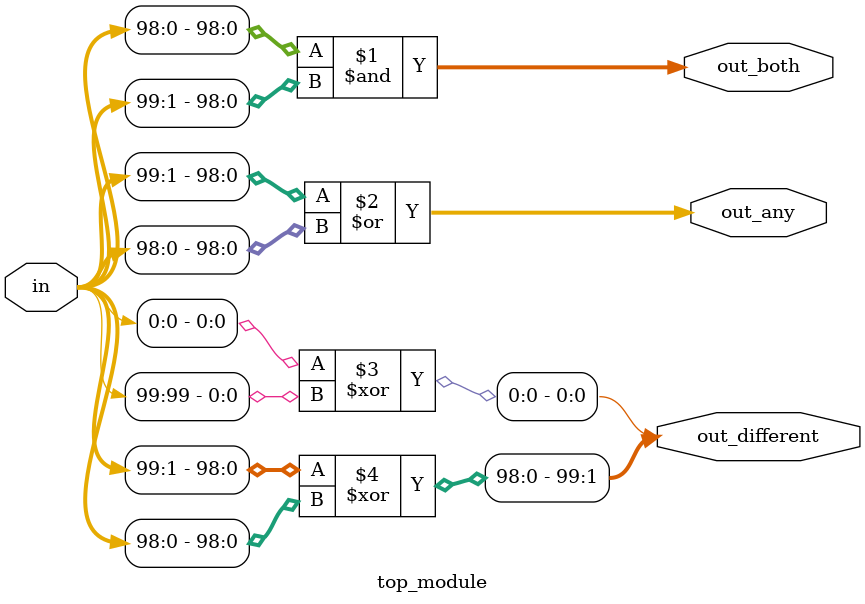
<source format=sv>
module top_module (
    input [99:0] in,
    output [98:0] out_both,
    output [99:1] out_any,
    output [99:0] out_different
);

// (1) out_both: Each bit of this output vector should indicate whether both the corresponding input bit and its neighbour to the left are '1'.
assign out_both = {in[98:0] & in[99:1]};

// (2) out_any: Each bit of this output vector should indicate whether any of the corresponding input bit and its neighbour to the right are '1'.
assign out_any = {in[99:1] | in[98:0]};

// (3) out_different: Each bit of this output vector should indicate whether the corresponding input bit is different from its neighbour to the left. For this part, treat the vector as wrapping around, so in[99]'s neighbour to the left is in[0].
assign out_different[0] = in[0] ^ in[99];
assign out_different[99:1] = in[99:1] ^ in[98:0];

endmodule

</source>
